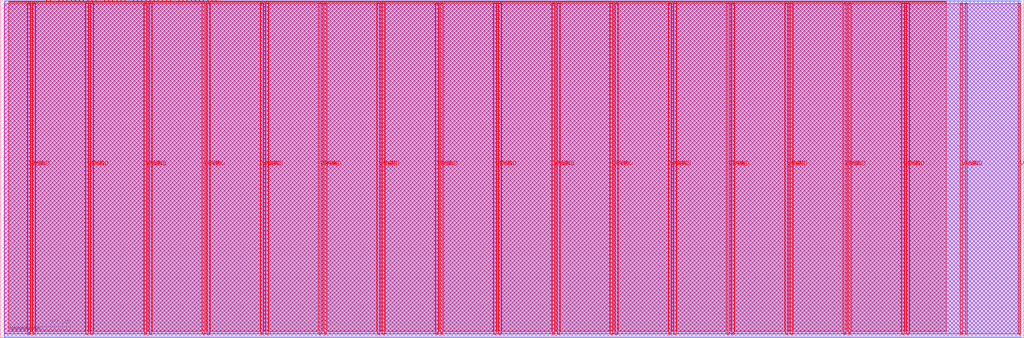
<source format=lef>
VERSION 5.7 ;
  NOWIREEXTENSIONATPIN ON ;
  DIVIDERCHAR "/" ;
  BUSBITCHARS "[]" ;
MACRO tt_um_urish_sic1
  CLASS BLOCK ;
  FOREIGN tt_um_urish_sic1 ;
  ORIGIN 0.000 0.000 ;
  SIZE 682.640 BY 225.760 ;
  PIN VGND
    DIRECTION INOUT ;
    USE GROUND ;
    PORT
      LAYER met4 ;
        RECT 21.580 2.480 23.180 223.280 ;
    END
    PORT
      LAYER met4 ;
        RECT 60.450 2.480 62.050 223.280 ;
    END
    PORT
      LAYER met4 ;
        RECT 99.320 2.480 100.920 223.280 ;
    END
    PORT
      LAYER met4 ;
        RECT 138.190 2.480 139.790 223.280 ;
    END
    PORT
      LAYER met4 ;
        RECT 177.060 2.480 178.660 223.280 ;
    END
    PORT
      LAYER met4 ;
        RECT 215.930 2.480 217.530 223.280 ;
    END
    PORT
      LAYER met4 ;
        RECT 254.800 2.480 256.400 223.280 ;
    END
    PORT
      LAYER met4 ;
        RECT 293.670 2.480 295.270 223.280 ;
    END
    PORT
      LAYER met4 ;
        RECT 332.540 2.480 334.140 223.280 ;
    END
    PORT
      LAYER met4 ;
        RECT 371.410 2.480 373.010 223.280 ;
    END
    PORT
      LAYER met4 ;
        RECT 410.280 2.480 411.880 223.280 ;
    END
    PORT
      LAYER met4 ;
        RECT 449.150 2.480 450.750 223.280 ;
    END
    PORT
      LAYER met4 ;
        RECT 488.020 2.480 489.620 223.280 ;
    END
    PORT
      LAYER met4 ;
        RECT 526.890 2.480 528.490 223.280 ;
    END
    PORT
      LAYER met4 ;
        RECT 565.760 2.480 567.360 223.280 ;
    END
    PORT
      LAYER met4 ;
        RECT 604.630 2.480 606.230 223.280 ;
    END
    PORT
      LAYER met4 ;
        RECT 643.500 2.480 645.100 223.280 ;
    END
  END VGND
  PIN VPWR
    DIRECTION INOUT ;
    USE POWER ;
    PORT
      LAYER met4 ;
        RECT 18.280 2.480 19.880 223.280 ;
    END
    PORT
      LAYER met4 ;
        RECT 57.150 2.480 58.750 223.280 ;
    END
    PORT
      LAYER met4 ;
        RECT 96.020 2.480 97.620 223.280 ;
    END
    PORT
      LAYER met4 ;
        RECT 134.890 2.480 136.490 223.280 ;
    END
    PORT
      LAYER met4 ;
        RECT 173.760 2.480 175.360 223.280 ;
    END
    PORT
      LAYER met4 ;
        RECT 212.630 2.480 214.230 223.280 ;
    END
    PORT
      LAYER met4 ;
        RECT 251.500 2.480 253.100 223.280 ;
    END
    PORT
      LAYER met4 ;
        RECT 290.370 2.480 291.970 223.280 ;
    END
    PORT
      LAYER met4 ;
        RECT 329.240 2.480 330.840 223.280 ;
    END
    PORT
      LAYER met4 ;
        RECT 368.110 2.480 369.710 223.280 ;
    END
    PORT
      LAYER met4 ;
        RECT 406.980 2.480 408.580 223.280 ;
    END
    PORT
      LAYER met4 ;
        RECT 445.850 2.480 447.450 223.280 ;
    END
    PORT
      LAYER met4 ;
        RECT 484.720 2.480 486.320 223.280 ;
    END
    PORT
      LAYER met4 ;
        RECT 523.590 2.480 525.190 223.280 ;
    END
    PORT
      LAYER met4 ;
        RECT 562.460 2.480 564.060 223.280 ;
    END
    PORT
      LAYER met4 ;
        RECT 601.330 2.480 602.930 223.280 ;
    END
    PORT
      LAYER met4 ;
        RECT 640.200 2.480 641.800 223.280 ;
    END
    PORT
      LAYER met4 ;
        RECT 679.070 2.480 680.670 223.280 ;
    END
  END VPWR
  PIN clk
    DIRECTION INPUT ;
    USE SIGNAL ;
    ANTENNAGATEAREA 0.852000 ;
    PORT
      LAYER met4 ;
        RECT 143.830 224.760 144.130 225.760 ;
    END
  END clk
  PIN ena
    DIRECTION INPUT ;
    USE SIGNAL ;
    PORT
      LAYER met4 ;
        RECT 146.590 224.760 146.890 225.760 ;
    END
  END ena
  PIN rst_n
    DIRECTION INPUT ;
    USE SIGNAL ;
    ANTENNAGATEAREA 0.196500 ;
    PORT
      LAYER met4 ;
        RECT 141.070 224.760 141.370 225.760 ;
    END
  END rst_n
  PIN ui_in[0]
    DIRECTION INPUT ;
    USE SIGNAL ;
    ANTENNAGATEAREA 0.126000 ;
    PORT
      LAYER met4 ;
        RECT 138.310 224.760 138.610 225.760 ;
    END
  END ui_in[0]
  PIN ui_in[1]
    DIRECTION INPUT ;
    USE SIGNAL ;
    ANTENNAGATEAREA 0.126000 ;
    PORT
      LAYER met4 ;
        RECT 135.550 224.760 135.850 225.760 ;
    END
  END ui_in[1]
  PIN ui_in[2]
    DIRECTION INPUT ;
    USE SIGNAL ;
    ANTENNAGATEAREA 0.213000 ;
    PORT
      LAYER met4 ;
        RECT 132.790 224.760 133.090 225.760 ;
    END
  END ui_in[2]
  PIN ui_in[3]
    DIRECTION INPUT ;
    USE SIGNAL ;
    ANTENNAGATEAREA 0.213000 ;
    PORT
      LAYER met4 ;
        RECT 130.030 224.760 130.330 225.760 ;
    END
  END ui_in[3]
  PIN ui_in[4]
    DIRECTION INPUT ;
    USE SIGNAL ;
    ANTENNAGATEAREA 0.213000 ;
    PORT
      LAYER met4 ;
        RECT 127.270 224.760 127.570 225.760 ;
    END
  END ui_in[4]
  PIN ui_in[5]
    DIRECTION INPUT ;
    USE SIGNAL ;
    ANTENNAGATEAREA 0.213000 ;
    PORT
      LAYER met4 ;
        RECT 124.510 224.760 124.810 225.760 ;
    END
  END ui_in[5]
  PIN ui_in[6]
    DIRECTION INPUT ;
    USE SIGNAL ;
    ANTENNAGATEAREA 0.213000 ;
    PORT
      LAYER met4 ;
        RECT 121.750 224.760 122.050 225.760 ;
    END
  END ui_in[6]
  PIN ui_in[7]
    DIRECTION INPUT ;
    USE SIGNAL ;
    ANTENNAGATEAREA 0.213000 ;
    PORT
      LAYER met4 ;
        RECT 118.990 224.760 119.290 225.760 ;
    END
  END ui_in[7]
  PIN uio_in[0]
    DIRECTION INPUT ;
    USE SIGNAL ;
    ANTENNAGATEAREA 0.196500 ;
    PORT
      LAYER met4 ;
        RECT 116.230 224.760 116.530 225.760 ;
    END
  END uio_in[0]
  PIN uio_in[1]
    DIRECTION INPUT ;
    USE SIGNAL ;
    PORT
      LAYER met4 ;
        RECT 113.470 224.760 113.770 225.760 ;
    END
  END uio_in[1]
  PIN uio_in[2]
    DIRECTION INPUT ;
    USE SIGNAL ;
    ANTENNAGATEAREA 0.213000 ;
    PORT
      LAYER met4 ;
        RECT 110.710 224.760 111.010 225.760 ;
    END
  END uio_in[2]
  PIN uio_in[3]
    DIRECTION INPUT ;
    USE SIGNAL ;
    ANTENNAGATEAREA 0.159000 ;
    PORT
      LAYER met4 ;
        RECT 107.950 224.760 108.250 225.760 ;
    END
  END uio_in[3]
  PIN uio_in[4]
    DIRECTION INPUT ;
    USE SIGNAL ;
    PORT
      LAYER met4 ;
        RECT 105.190 224.760 105.490 225.760 ;
    END
  END uio_in[4]
  PIN uio_in[5]
    DIRECTION INPUT ;
    USE SIGNAL ;
    ANTENNAGATEAREA 0.159000 ;
    PORT
      LAYER met4 ;
        RECT 102.430 224.760 102.730 225.760 ;
    END
  END uio_in[5]
  PIN uio_in[6]
    DIRECTION INPUT ;
    USE SIGNAL ;
    ANTENNAGATEAREA 0.159000 ;
    PORT
      LAYER met4 ;
        RECT 99.670 224.760 99.970 225.760 ;
    END
  END uio_in[6]
  PIN uio_in[7]
    DIRECTION INPUT ;
    USE SIGNAL ;
    ANTENNAGATEAREA 0.196500 ;
    PORT
      LAYER met4 ;
        RECT 96.910 224.760 97.210 225.760 ;
    END
  END uio_in[7]
  PIN uio_oe[0]
    DIRECTION OUTPUT ;
    USE SIGNAL ;
    PORT
      LAYER met4 ;
        RECT 49.990 224.760 50.290 225.760 ;
    END
  END uio_oe[0]
  PIN uio_oe[1]
    DIRECTION OUTPUT ;
    USE SIGNAL ;
    PORT
      LAYER met4 ;
        RECT 47.230 224.760 47.530 225.760 ;
    END
  END uio_oe[1]
  PIN uio_oe[2]
    DIRECTION OUTPUT ;
    USE SIGNAL ;
    PORT
      LAYER met4 ;
        RECT 44.470 224.760 44.770 225.760 ;
    END
  END uio_oe[2]
  PIN uio_oe[3]
    DIRECTION OUTPUT ;
    USE SIGNAL ;
    PORT
      LAYER met4 ;
        RECT 41.710 224.760 42.010 225.760 ;
    END
  END uio_oe[3]
  PIN uio_oe[4]
    DIRECTION OUTPUT ;
    USE SIGNAL ;
    PORT
      LAYER met4 ;
        RECT 38.950 224.760 39.250 225.760 ;
    END
  END uio_oe[4]
  PIN uio_oe[5]
    DIRECTION OUTPUT ;
    USE SIGNAL ;
    PORT
      LAYER met4 ;
        RECT 36.190 224.760 36.490 225.760 ;
    END
  END uio_oe[5]
  PIN uio_oe[6]
    DIRECTION OUTPUT ;
    USE SIGNAL ;
    PORT
      LAYER met4 ;
        RECT 33.430 224.760 33.730 225.760 ;
    END
  END uio_oe[6]
  PIN uio_oe[7]
    DIRECTION OUTPUT ;
    USE SIGNAL ;
    PORT
      LAYER met4 ;
        RECT 30.670 224.760 30.970 225.760 ;
    END
  END uio_oe[7]
  PIN uio_out[0]
    DIRECTION OUTPUT ;
    USE SIGNAL ;
    PORT
      LAYER met4 ;
        RECT 72.070 224.760 72.370 225.760 ;
    END
  END uio_out[0]
  PIN uio_out[1]
    DIRECTION OUTPUT ;
    USE SIGNAL ;
    ANTENNADIFFAREA 0.795200 ;
    PORT
      LAYER met4 ;
        RECT 69.310 224.760 69.610 225.760 ;
    END
  END uio_out[1]
  PIN uio_out[2]
    DIRECTION OUTPUT ;
    USE SIGNAL ;
    PORT
      LAYER met4 ;
        RECT 66.550 224.760 66.850 225.760 ;
    END
  END uio_out[2]
  PIN uio_out[3]
    DIRECTION OUTPUT ;
    USE SIGNAL ;
    PORT
      LAYER met4 ;
        RECT 63.790 224.760 64.090 225.760 ;
    END
  END uio_out[3]
  PIN uio_out[4]
    DIRECTION OUTPUT ;
    USE SIGNAL ;
    ANTENNADIFFAREA 0.795200 ;
    PORT
      LAYER met4 ;
        RECT 61.030 224.760 61.330 225.760 ;
    END
  END uio_out[4]
  PIN uio_out[5]
    DIRECTION OUTPUT ;
    USE SIGNAL ;
    PORT
      LAYER met4 ;
        RECT 58.270 224.760 58.570 225.760 ;
    END
  END uio_out[5]
  PIN uio_out[6]
    DIRECTION OUTPUT ;
    USE SIGNAL ;
    PORT
      LAYER met4 ;
        RECT 55.510 224.760 55.810 225.760 ;
    END
  END uio_out[6]
  PIN uio_out[7]
    DIRECTION OUTPUT ;
    USE SIGNAL ;
    PORT
      LAYER met4 ;
        RECT 52.750 224.760 53.050 225.760 ;
    END
  END uio_out[7]
  PIN uo_out[0]
    DIRECTION OUTPUT ;
    USE SIGNAL ;
    ANTENNADIFFAREA 0.891000 ;
    PORT
      LAYER met4 ;
        RECT 94.150 224.760 94.450 225.760 ;
    END
  END uo_out[0]
  PIN uo_out[1]
    DIRECTION OUTPUT ;
    USE SIGNAL ;
    ANTENNADIFFAREA 0.891000 ;
    PORT
      LAYER met4 ;
        RECT 91.390 224.760 91.690 225.760 ;
    END
  END uo_out[1]
  PIN uo_out[2]
    DIRECTION OUTPUT ;
    USE SIGNAL ;
    ANTENNADIFFAREA 0.891000 ;
    PORT
      LAYER met4 ;
        RECT 88.630 224.760 88.930 225.760 ;
    END
  END uo_out[2]
  PIN uo_out[3]
    DIRECTION OUTPUT ;
    USE SIGNAL ;
    ANTENNADIFFAREA 0.891000 ;
    PORT
      LAYER met4 ;
        RECT 85.870 224.760 86.170 225.760 ;
    END
  END uo_out[3]
  PIN uo_out[4]
    DIRECTION OUTPUT ;
    USE SIGNAL ;
    ANTENNADIFFAREA 0.891000 ;
    PORT
      LAYER met4 ;
        RECT 83.110 224.760 83.410 225.760 ;
    END
  END uo_out[4]
  PIN uo_out[5]
    DIRECTION OUTPUT ;
    USE SIGNAL ;
    ANTENNADIFFAREA 0.891000 ;
    PORT
      LAYER met4 ;
        RECT 80.350 224.760 80.650 225.760 ;
    END
  END uo_out[5]
  PIN uo_out[6]
    DIRECTION OUTPUT ;
    USE SIGNAL ;
    ANTENNADIFFAREA 0.891000 ;
    PORT
      LAYER met4 ;
        RECT 77.590 224.760 77.890 225.760 ;
    END
  END uo_out[6]
  PIN uo_out[7]
    DIRECTION OUTPUT ;
    USE SIGNAL ;
    ANTENNADIFFAREA 0.891000 ;
    PORT
      LAYER met4 ;
        RECT 74.830 224.760 75.130 225.760 ;
    END
  END uo_out[7]
  OBS
      LAYER nwell ;
        RECT 2.570 2.635 680.070 223.230 ;
      LAYER li1 ;
        RECT 2.760 2.635 679.880 223.125 ;
      LAYER met1 ;
        RECT 2.760 0.040 680.670 225.040 ;
      LAYER met2 ;
        RECT 2.860 0.010 680.640 225.070 ;
      LAYER met3 ;
        RECT 5.125 0.175 680.660 224.905 ;
      LAYER met4 ;
        RECT 5.815 224.360 30.270 224.905 ;
        RECT 31.370 224.360 33.030 224.905 ;
        RECT 34.130 224.360 35.790 224.905 ;
        RECT 36.890 224.360 38.550 224.905 ;
        RECT 39.650 224.360 41.310 224.905 ;
        RECT 42.410 224.360 44.070 224.905 ;
        RECT 45.170 224.360 46.830 224.905 ;
        RECT 47.930 224.360 49.590 224.905 ;
        RECT 50.690 224.360 52.350 224.905 ;
        RECT 53.450 224.360 55.110 224.905 ;
        RECT 56.210 224.360 57.870 224.905 ;
        RECT 58.970 224.360 60.630 224.905 ;
        RECT 61.730 224.360 63.390 224.905 ;
        RECT 64.490 224.360 66.150 224.905 ;
        RECT 67.250 224.360 68.910 224.905 ;
        RECT 70.010 224.360 71.670 224.905 ;
        RECT 72.770 224.360 74.430 224.905 ;
        RECT 75.530 224.360 77.190 224.905 ;
        RECT 78.290 224.360 79.950 224.905 ;
        RECT 81.050 224.360 82.710 224.905 ;
        RECT 83.810 224.360 85.470 224.905 ;
        RECT 86.570 224.360 88.230 224.905 ;
        RECT 89.330 224.360 90.990 224.905 ;
        RECT 92.090 224.360 93.750 224.905 ;
        RECT 94.850 224.360 96.510 224.905 ;
        RECT 97.610 224.360 99.270 224.905 ;
        RECT 100.370 224.360 102.030 224.905 ;
        RECT 103.130 224.360 104.790 224.905 ;
        RECT 105.890 224.360 107.550 224.905 ;
        RECT 108.650 224.360 110.310 224.905 ;
        RECT 111.410 224.360 113.070 224.905 ;
        RECT 114.170 224.360 115.830 224.905 ;
        RECT 116.930 224.360 118.590 224.905 ;
        RECT 119.690 224.360 121.350 224.905 ;
        RECT 122.450 224.360 124.110 224.905 ;
        RECT 125.210 224.360 126.870 224.905 ;
        RECT 127.970 224.360 129.630 224.905 ;
        RECT 130.730 224.360 132.390 224.905 ;
        RECT 133.490 224.360 135.150 224.905 ;
        RECT 136.250 224.360 137.910 224.905 ;
        RECT 139.010 224.360 140.670 224.905 ;
        RECT 141.770 224.360 143.430 224.905 ;
        RECT 144.530 224.360 146.190 224.905 ;
        RECT 147.290 224.360 630.810 224.905 ;
        RECT 5.815 223.680 630.810 224.360 ;
        RECT 5.815 4.255 17.880 223.680 ;
        RECT 20.280 4.255 21.180 223.680 ;
        RECT 23.580 4.255 56.750 223.680 ;
        RECT 59.150 4.255 60.050 223.680 ;
        RECT 62.450 4.255 95.620 223.680 ;
        RECT 98.020 4.255 98.920 223.680 ;
        RECT 101.320 4.255 134.490 223.680 ;
        RECT 136.890 4.255 137.790 223.680 ;
        RECT 140.190 4.255 173.360 223.680 ;
        RECT 175.760 4.255 176.660 223.680 ;
        RECT 179.060 4.255 212.230 223.680 ;
        RECT 214.630 4.255 215.530 223.680 ;
        RECT 217.930 4.255 251.100 223.680 ;
        RECT 253.500 4.255 254.400 223.680 ;
        RECT 256.800 4.255 289.970 223.680 ;
        RECT 292.370 4.255 293.270 223.680 ;
        RECT 295.670 4.255 328.840 223.680 ;
        RECT 331.240 4.255 332.140 223.680 ;
        RECT 334.540 4.255 367.710 223.680 ;
        RECT 370.110 4.255 371.010 223.680 ;
        RECT 373.410 4.255 406.580 223.680 ;
        RECT 408.980 4.255 409.880 223.680 ;
        RECT 412.280 4.255 445.450 223.680 ;
        RECT 447.850 4.255 448.750 223.680 ;
        RECT 451.150 4.255 484.320 223.680 ;
        RECT 486.720 4.255 487.620 223.680 ;
        RECT 490.020 4.255 523.190 223.680 ;
        RECT 525.590 4.255 526.490 223.680 ;
        RECT 528.890 4.255 562.060 223.680 ;
        RECT 564.460 4.255 565.360 223.680 ;
        RECT 567.760 4.255 600.930 223.680 ;
        RECT 603.330 4.255 604.230 223.680 ;
        RECT 606.630 4.255 630.810 223.680 ;
  END
END tt_um_urish_sic1
END LIBRARY


</source>
